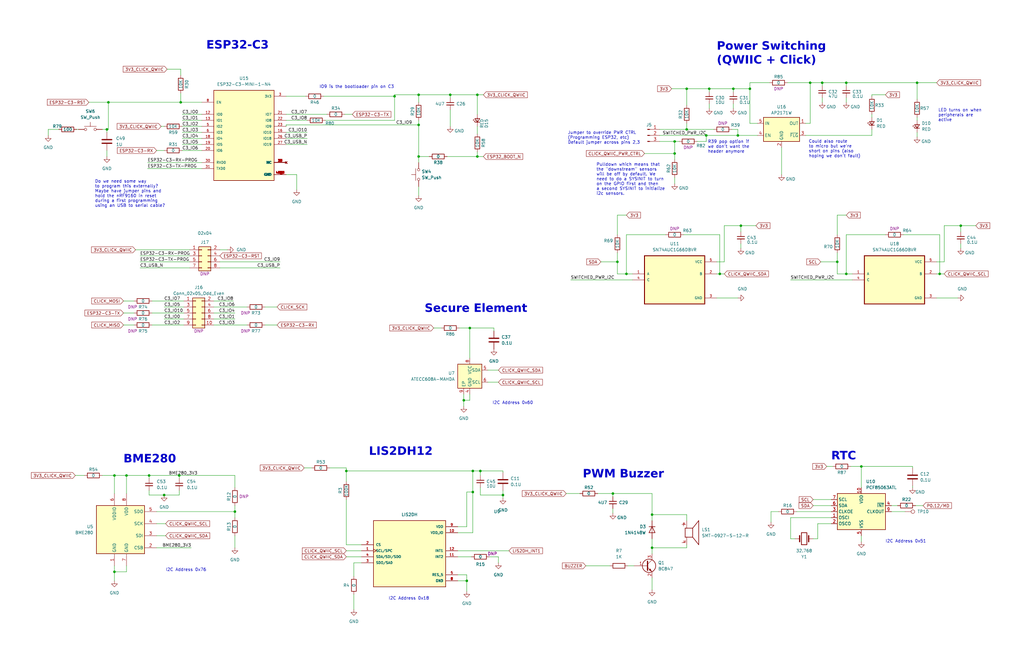
<source format=kicad_sch>
(kicad_sch (version 20231120) (generator "eeschema") (generator_version "8.0")
  (paper "B")
  (title_block (title "Aludel Elixir") (date "2023-12-22") (rev "B"))
  (junction (at 264.16 115.57))
  (junction (at 176.53 52.705))
  (junction (at 284.48 59.69))
  (junction (at 201.295 66.04))
  (junction (at 176.53 66.04))
  (junction (at 289.56 37.465))
  (junction (at 199.39 207.645))
  (junction (at 299.085 37.465))
  (junction (at 284.48 64.77))
  (junction (at 166.37 40.64))
  (junction (at 196.85 245.11))
  (junction (at 309.245 37.465))
  (junction (at 346.71 34.925))
  (junction (at 353.06 110.49))
  (junction (at 316.23 37.465))
  (junction (at 45.72 43.18))
  (junction (at 260.35 110.49))
  (junction (at 202.565 198.755))
  (junction (at 189.865 40.005))
  (junction (at 69.215 208.915))
  (junction (at 198.12 138.43))
  (junction (at 386.715 34.925))
  (junction (at 75.565 200.66))
  (junction (at 274.955 231.14))
  (junction (at 48.26 200.66))
  (junction (at 363.22 196.85))
  (junction (at 45.085 54.61))
  (junction (at 258.445 208.28))
  (junction (at 312.42 95.25))
  (junction (at 76.2 43.18))
  (junction (at 356.87 115.57))
  (junction (at 199.39 198.755))
  (junction (at 297.815 57.15))
  (junction (at 146.05 198.755))
  (junction (at 341.63 34.925))
  (junction (at 53.34 200.66))
  (junction (at 289.56 54.61))
  (junction (at 48.26 241.3))
  (junction (at 176.53 40.005))
  (junction (at 212.09 208.915))
  (junction (at 311.15 57.15))
  (junction (at 99.06 215.9))
  (junction (at 303.53 115.57))
  (junction (at 274.955 217.17))
  (junction (at 201.295 40.005))
  (junction (at 405.13 95.25))
  (junction (at 62.865 200.66))
  (junction (at 356.87 34.925))
  (junction (at 396.24 115.57))
  (junction (at 195.58 168.91))
  (wire (pts (xy 386.715 49.53) (xy 386.715 50.8)))
  (wire (pts (xy 289.56 54.61) (xy 289.56 52.07)))
  (wire (pts (xy 341.63 34.925) (xy 341.63 52.07)))
  (wire (pts (xy 146.05 232.41) (xy 152.4 232.41)))
  (wire (pts (xy 193.04 224.79) (xy 199.39 224.79)))
  (wire (pts (xy 264.16 115.57) (xy 266.7 115.57)))
  (wire (pts (xy 59.055 110.49) (xy 80.01 110.49)))
  (wire (pts (xy 289.56 217.17) (xy 289.56 219.71)))
  (wire (pts (xy 316.23 37.465) (xy 316.23 52.07)))
  (wire (pts (xy 238.76 208.28) (xy 244.475 208.28)))
  (wire (pts (xy 166.37 40.64) (xy 136.525 40.64)))
  (wire (pts (xy 198.12 138.43) (xy 198.12 151.13)))
  (wire (pts (xy 146.05 198.755) (xy 146.05 197.485)))
  (wire (pts (xy 333.375 227.33) (xy 335.28 227.33)))
  (wire (pts (xy 353.06 110.49) (xy 353.06 115.57)))
  (wire (pts (xy 201.295 64.135) (xy 201.295 66.04)))
  (wire (pts (xy 66.04 215.9) (xy 99.06 215.9)))
  (wire (pts (xy 264.16 99.06) (xy 280.67 99.06)))
  (wire (pts (xy 212.09 208.915) (xy 212.09 210.185)))
  (wire (pts (xy 92.71 110.49) (xy 118.11 110.49)))
  (wire (pts (xy 99.06 215.9) (xy 99.06 218.44)))
  (wire (pts (xy 45.085 63.5) (xy 45.085 66.04)))
  (wire (pts (xy 284.48 59.69) (xy 286.385 59.69)))
  (wire (pts (xy 260.35 99.06) (xy 260.35 90.805)))
  (wire (pts (xy 196.85 242.57) (xy 196.85 245.11)))
  (wire (pts (xy 75.565 200.66) (xy 75.565 201.93)))
  (wire (pts (xy 146.05 229.87) (xy 152.4 229.87)))
  (wire (pts (xy 203.835 40.005) (xy 201.295 40.005)))
  (wire (pts (xy 252.095 208.28) (xy 258.445 208.28)))
  (wire (pts (xy 69.215 134.62) (xy 77.47 134.62)))
  (wire (pts (xy 37.465 43.18) (xy 45.72 43.18)))
  (wire (pts (xy 363.22 226.06) (xy 363.22 228.6)))
  (wire (pts (xy 205.74 156.21) (xy 210.185 156.21)))
  (wire (pts (xy 139.065 197.485) (xy 146.05 197.485)))
  (wire (pts (xy 305.435 95.25) (xy 312.42 95.25)))
  (wire (pts (xy 120.65 55.88) (xy 129.54 55.88)))
  (wire (pts (xy 240.665 118.11) (xy 266.7 118.11)))
  (wire (pts (xy 201.295 40.005) (xy 201.295 48.26)))
  (wire (pts (xy 344.805 220.98) (xy 350.52 220.98)))
  (wire (pts (xy 202.565 198.755) (xy 202.565 200.66)))
  (wire (pts (xy 182.88 138.43) (xy 186.055 138.43)))
  (wire (pts (xy 386.715 55.88) (xy 386.715 57.785)))
  (wire (pts (xy 260.35 110.49) (xy 260.35 106.68)))
  (wire (pts (xy 146.05 198.755) (xy 199.39 198.755)))
  (wire (pts (xy 98.425 127) (xy 90.17 127)))
  (wire (pts (xy 199.39 198.755) (xy 199.39 207.645)))
  (wire (pts (xy 201.295 53.34) (xy 201.295 56.515)))
  (wire (pts (xy 271.78 64.77) (xy 284.48 64.77)))
  (wire (pts (xy 356.87 34.925) (xy 386.715 34.925)))
  (wire (pts (xy 367.665 48.26) (xy 367.665 49.53)))
  (wire (pts (xy 176.53 78.74) (xy 176.53 82.55)))
  (wire (pts (xy 202.565 198.755) (xy 212.09 198.755)))
  (wire (pts (xy 176.53 40.005) (xy 166.37 40.005)))
  (wire (pts (xy 303.53 115.57) (xy 305.435 115.57)))
  (wire (pts (xy 48.26 238.76) (xy 48.26 241.3)))
  (wire (pts (xy 312.42 95.25) (xy 318.77 95.25)))
  (wire (pts (xy 274.955 231.14) (xy 289.56 231.14)))
  (wire (pts (xy 341.63 34.925) (xy 332.105 34.925)))
  (wire (pts (xy 344.805 227.33) (xy 344.805 220.98)))
  (wire (pts (xy 189.865 40.005) (xy 176.53 40.005)))
  (wire (pts (xy 299.085 45.72) (xy 299.085 43.815)))
  (wire (pts (xy 325.12 220.345) (xy 325.12 215.9)))
  (wire (pts (xy 305.435 110.49) (xy 302.26 110.49)))
  (wire (pts (xy 62.865 200.66) (xy 62.865 201.93)))
  (wire (pts (xy 210.185 237.49) (xy 210.185 234.95)))
  (wire (pts (xy 353.06 106.68) (xy 353.06 110.49)))
  (wire (pts (xy 92.71 113.03) (xy 118.11 113.03)))
  (wire (pts (xy 198.12 166.37) (xy 198.12 168.91)))
  (wire (pts (xy 260.35 115.57) (xy 264.16 115.57)))
  (wire (pts (xy 202.565 208.915) (xy 212.09 208.915)))
  (wire (pts (xy 176.53 50.8) (xy 176.53 52.705)))
  (wire (pts (xy 311.15 57.15) (xy 319.405 57.15)))
  (wire (pts (xy 333.375 218.44) (xy 333.375 227.33)))
  (wire (pts (xy 405.13 95.25) (xy 411.48 95.25)))
  (wire (pts (xy 120.65 52.705) (xy 120.65 53.34)))
  (wire (pts (xy 90.17 137.16) (xy 104.14 137.16)))
  (wire (pts (xy 52.07 137.16) (xy 56.515 137.16)))
  (wire (pts (xy 146.05 234.95) (xy 152.4 234.95)))
  (wire (pts (xy 76.2 43.18) (xy 85.09 43.18)))
  (wire (pts (xy 274.955 227.33) (xy 274.955 231.14)))
  (wire (pts (xy 59.055 107.95) (xy 80.01 107.95)))
  (wire (pts (xy 305.435 95.25) (xy 305.435 110.49)))
  (wire (pts (xy 149.225 250.825) (xy 149.225 257.175)))
  (wire (pts (xy 353.06 90.805) (xy 356.87 90.805)))
  (wire (pts (xy 76.835 60.96) (xy 85.09 60.96)))
  (wire (pts (xy 346.075 110.49) (xy 353.06 110.49)))
  (wire (pts (xy 210.185 234.95) (xy 206.375 234.95)))
  (wire (pts (xy 195.58 166.37) (xy 195.58 168.91)))
  (wire (pts (xy 70.485 29.21) (xy 76.2 29.21)))
  (wire (pts (xy 284.48 64.77) (xy 284.48 59.69)))
  (wire (pts (xy 384.81 196.85) (xy 384.81 197.485)))
  (wire (pts (xy 193.04 234.95) (xy 198.755 234.95)))
  (wire (pts (xy 363.22 196.85) (xy 363.22 205.74)))
  (wire (pts (xy 75.565 200.66) (xy 99.06 200.66)))
  (wire (pts (xy 386.715 34.925) (xy 386.715 41.91)))
  (wire (pts (xy 76.2 29.21) (xy 76.2 31.75)))
  (wire (pts (xy 289.56 54.61) (xy 300.99 54.61)))
  (wire (pts (xy 316.23 52.07) (xy 319.405 52.07)))
  (wire (pts (xy 278.13 57.15) (xy 297.815 57.15)))
  (wire (pts (xy 342.9 210.82) (xy 350.52 210.82)))
  (wire (pts (xy 367.665 54.61) (xy 367.665 57.15)))
  (wire (pts (xy 64.135 137.16) (xy 77.47 137.16)))
  (wire (pts (xy 67.945 53.34) (xy 69.215 53.34)))
  (wire (pts (xy 396.24 115.57) (xy 398.145 115.57)))
  (wire (pts (xy 196.85 222.25) (xy 193.04 222.25)))
  (wire (pts (xy 20.32 57.15) (xy 20.32 54.61)))
  (wire (pts (xy 289.56 44.45) (xy 289.56 37.465)))
  (wire (pts (xy 353.06 99.06) (xy 353.06 90.805)))
  (wire (pts (xy 302.26 115.57) (xy 303.53 115.57)))
  (wire (pts (xy 148.59 48.26) (xy 145.415 48.26)))
  (wire (pts (xy 398.145 95.25) (xy 398.145 110.49)))
  (wire (pts (xy 312.42 104.775) (xy 312.42 102.87)))
  (wire (pts (xy 146.05 210.82) (xy 146.05 229.87)))
  (wire (pts (xy 176.53 40.005) (xy 176.53 43.18)))
  (wire (pts (xy 375.92 213.36) (xy 378.46 213.36)))
  (wire (pts (xy 45.085 54.61) (xy 45.72 54.61)))
  (wire (pts (xy 396.24 99.06) (xy 396.24 115.57)))
  (wire (pts (xy 196.85 245.11) (xy 193.04 245.11)))
  (wire (pts (xy 198.12 168.91) (xy 195.58 168.91)))
  (wire (pts (xy 346.71 34.925) (xy 356.87 34.925)))
  (wire (pts (xy 398.145 95.25) (xy 405.13 95.25)))
  (wire (pts (xy 48.26 200.66) (xy 53.34 200.66)))
  (wire (pts (xy 120.65 48.26) (xy 137.795 48.26)))
  (wire (pts (xy 381 99.06) (xy 396.24 99.06)))
  (wire (pts (xy 20.32 54.61) (xy 24.765 54.61)))
  (wire (pts (xy 176.53 52.705) (xy 176.53 66.04)))
  (wire (pts (xy 212.09 198.755) (xy 212.09 199.39)))
  (wire (pts (xy 297.815 57.15) (xy 311.15 57.15)))
  (wire (pts (xy 312.42 95.25) (xy 312.42 97.79)))
  (wire (pts (xy 64.135 132.08) (xy 77.47 132.08)))
  (wire (pts (xy 274.955 217.17) (xy 274.955 219.71)))
  (wire (pts (xy 90.17 134.62) (xy 99.06 134.62)))
  (wire (pts (xy 180.975 66.04) (xy 176.53 66.04)))
  (wire (pts (xy 76.835 53.34) (xy 85.09 53.34)))
  (wire (pts (xy 284.48 74.93) (xy 284.48 77.47)))
  (wire (pts (xy 90.17 132.08) (xy 99.06 132.08)))
  (wire (pts (xy 166.37 40.005) (xy 166.37 40.64)))
  (wire (pts (xy 199.39 198.755) (xy 202.565 198.755)))
  (wire (pts (xy 258.445 208.28) (xy 274.955 208.28)))
  (wire (pts (xy 80.01 105.41) (xy 57.15 105.41)))
  (wire (pts (xy 258.445 208.28) (xy 258.445 209.55)))
  (wire (pts (xy 339.725 57.15) (xy 367.665 57.15)))
  (wire (pts (xy 274.955 217.17) (xy 289.56 217.17)))
  (wire (pts (xy 99.06 213.36) (xy 99.06 215.9)))
  (wire (pts (xy 53.34 208.28) (xy 53.34 200.66)))
  (wire (pts (xy 294.005 59.69) (xy 297.815 59.69)))
  (wire (pts (xy 196.85 249.555) (xy 196.85 245.11)))
  (wire (pts (xy 76.835 55.88) (xy 85.09 55.88)))
  (wire (pts (xy 149.225 237.49) (xy 149.225 243.205)))
  (wire (pts (xy 76.835 63.5) (xy 85.09 63.5)))
  (wire (pts (xy 62.865 208.915) (xy 62.865 207.01)))
  (wire (pts (xy 92.71 105.41) (xy 95.885 105.41)))
  (wire (pts (xy 125.095 73.66) (xy 125.095 80.01)))
  (wire (pts (xy 43.18 200.66) (xy 48.26 200.66)))
  (wire (pts (xy 367.665 40.005) (xy 367.665 40.64)))
  (wire (pts (xy 48.26 241.3) (xy 48.26 245.11)))
  (wire (pts (xy 53.34 241.3) (xy 48.26 241.3)))
  (wire (pts (xy 120.65 50.8) (xy 129.54 50.8)))
  (wire (pts (xy 48.26 200.66) (xy 48.26 208.28)))
  (wire (pts (xy 69.215 129.54) (xy 77.47 129.54)))
  (wire (pts (xy 66.04 226.06) (xy 69.85 226.06)))
  (wire (pts (xy 193.675 138.43) (xy 198.12 138.43)))
  (wire (pts (xy 99.06 200.66) (xy 99.06 205.74)))
  (wire (pts (xy 316.23 34.925) (xy 316.23 37.465)))
  (wire (pts (xy 195.58 168.91) (xy 195.58 171.45)))
  (wire (pts (xy 403.86 125.73) (xy 394.97 125.73)))
  (wire (pts (xy 189.865 53.34) (xy 189.865 46.355)))
  (wire (pts (xy 309.245 37.465) (xy 309.245 38.735)))
  (wire (pts (xy 128.27 197.485) (xy 131.445 197.485)))
  (wire (pts (xy 76.835 50.8) (xy 85.09 50.8)))
  (wire (pts (xy 398.145 110.49) (xy 394.97 110.49)))
  (wire (pts (xy 43.18 54.61) (xy 45.085 54.61)))
  (wire (pts (xy 264.16 115.57) (xy 264.16 99.06)))
  (wire (pts (xy 253.365 110.49) (xy 260.35 110.49)))
  (wire (pts (xy 324.485 34.925) (xy 316.23 34.925)))
  (wire (pts (xy 196.85 207.645) (xy 196.85 222.25)))
  (wire (pts (xy 311.15 54.61) (xy 311.15 57.15)))
  (wire (pts (xy 278.13 54.61) (xy 289.56 54.61)))
  (wire (pts (xy 146.05 198.755) (xy 146.05 203.2)))
  (wire (pts (xy 69.215 208.915) (xy 75.565 208.915)))
  (wire (pts (xy 111.76 137.16) (xy 116.84 137.16)))
  (wire (pts (xy 120.65 58.42) (xy 129.54 58.42)))
  (wire (pts (xy 166.37 50.8) (xy 166.37 40.64)))
  (wire (pts (xy 76.835 48.26) (xy 85.09 48.26)))
  (wire (pts (xy 59.055 113.03) (xy 80.01 113.03)))
  (wire (pts (xy 356.87 115.57) (xy 356.87 99.06)))
  (wire (pts (xy 52.07 132.08) (xy 56.515 132.08)))
  (wire (pts (xy 353.06 115.57) (xy 356.87 115.57)))
  (wire (pts (xy 193.04 242.57) (xy 196.85 242.57)))
  (wire (pts (xy 341.63 34.925) (xy 346.71 34.925)))
  (wire (pts (xy 356.87 99.06) (xy 373.38 99.06)))
  (wire (pts (xy 278.13 59.69) (xy 284.48 59.69)))
  (wire (pts (xy 120.65 60.96) (xy 129.54 60.96)))
  (wire (pts (xy 128.905 40.64) (xy 120.65 40.64)))
  (wire (pts (xy 389.255 213.36) (xy 386.08 213.36)))
  (wire (pts (xy 66.04 63.5) (xy 69.215 63.5)))
  (wire (pts (xy 288.29 99.06) (xy 303.53 99.06)))
  (wire (pts (xy 66.04 220.98) (xy 69.85 220.98)))
  (wire (pts (xy 335.915 215.9) (xy 350.52 215.9)))
  (wire (pts (xy 62.23 71.12) (xy 85.09 71.12)))
  (wire (pts (xy 346.71 34.925) (xy 346.71 36.195)))
  (wire (pts (xy 64.135 127) (xy 77.47 127)))
  (wire (pts (xy 350.52 218.44) (xy 333.375 218.44)))
  (wire (pts (xy 205.74 161.29) (xy 210.185 161.29)))
  (wire (pts (xy 208.28 138.43) (xy 208.28 139.7)))
  (wire (pts (xy 90.17 129.54) (xy 104.14 129.54)))
  (wire (pts (xy 329.565 62.23) (xy 329.565 73.66)))
  (wire (pts (xy 66.04 231.14) (xy 80.645 231.14)))
  (wire (pts (xy 76.2 39.37) (xy 76.2 43.18)))
  (wire (pts (xy 356.87 115.57) (xy 359.41 115.57)))
  (wire (pts (xy 386.715 34.925) (xy 394.97 34.925)))
  (wire (pts (xy 308.61 54.61) (xy 311.15 54.61)))
  (wire (pts (xy 384.81 205.105) (xy 384.81 205.74)))
  (wire (pts (xy 120.65 52.705) (xy 176.53 52.705)))
  (wire (pts (xy 309.245 45.72) (xy 309.245 43.815)))
  (wire (pts (xy 120.65 73.66) (xy 125.095 73.66)))
  (wire (pts (xy 289.56 229.87) (xy 289.56 231.14)))
  (wire (pts (xy 297.815 59.69) (xy 297.815 57.15)))
  (wire (pts (xy 283.21 37.465) (xy 289.56 37.465)))
  (wire (pts (xy 176.53 66.04) (xy 176.53 68.58)))
  (wire (pts (xy 189.865 40.005) (xy 189.865 41.275)))
  (wire (pts (xy 62.23 68.58) (xy 85.09 68.58)))
  (wire (pts (xy 394.97 115.57) (xy 396.24 115.57)))
  (wire (pts (xy 45.72 54.61) (xy 45.72 43.18)))
  (wire (pts (xy 309.245 37.465) (xy 316.23 37.465)))
  (wire (pts (xy 375.92 215.9) (xy 381.635 215.9)))
  (wire (pts (xy 405.13 95.25) (xy 405.13 97.79)))
  (wire (pts (xy 333.375 118.11) (xy 359.41 118.11)))
  (wire (pts (xy 346.71 43.18) (xy 346.71 41.275)))
  (wire (pts (xy 356.87 43.18) (xy 356.87 41.275)))
  (wire (pts (xy 303.53 99.06) (xy 303.53 115.57)))
  (wire (pts (xy 260.35 90.805) (xy 264.16 90.805)))
  (wire (pts (xy 198.12 138.43) (xy 208.28 138.43)))
  (wire (pts (xy 111.76 129.54) (xy 116.84 129.54)))
  (wire (pts (xy 264.795 238.76) (xy 267.335 238.76)))
  (wire (pts (xy 405.13 104.775) (xy 405.13 102.87)))
  (wire (pts (xy 69.215 208.915) (xy 62.865 208.915)))
  (wire (pts (xy 311.15 125.73) (xy 302.26 125.73)))
  (wire (pts (xy 342.9 213.36) (xy 350.52 213.36)))
  (wire (pts (xy 325.12 215.9) (xy 328.295 215.9)))
  (wire (pts (xy 356.87 34.925) (xy 356.87 36.195)))
  (wire (pts (xy 201.295 40.005) (xy 189.865 40.005)))
  (wire (pts (xy 289.56 37.465) (xy 299.085 37.465)))
  (wire (pts (xy 274.955 231.14) (xy 274.955 233.68)))
  (wire (pts (xy 31.75 200.66) (xy 35.56 200.66)))
  (wire (pts (xy 203.835 66.04) (xy 201.295 66.04)))
  (wire (pts (xy 152.4 237.49) (xy 149.225 237.49)))
  (wire (pts (xy 32.385 54.61) (xy 33.02 54.61)))
  (wire (pts (xy 341.63 52.07) (xy 339.725 52.07)))
  (wire (pts (xy 201.295 66.04) (xy 188.595 66.04)))
  (wire (pts (xy 99.06 231.14) (xy 99.06 226.06)))
  (wire (pts (xy 299.085 37.465) (xy 309.245 37.465)))
  (wire (pts (xy 212.09 207.01) (xy 212.09 208.915)))
  (wire (pts (xy 193.04 232.41) (xy 214.63 232.41)))
  (wire (pts (xy 342.9 227.33) (xy 344.805 227.33)))
  (wire (pts (xy 284.48 64.77) (xy 284.48 67.31)))
  (wire (pts (xy 274.955 208.28) (xy 274.955 217.17)))
  (wire (pts (xy 373.38 40.005) (xy 367.665 40.005)))
  (wire (pts (xy 45.72 43.18) (xy 76.2 43.18)))
  (wire (pts (xy 53.34 200.66) (xy 62.865 200.66)))
  (wire (pts (xy 75.565 208.915) (xy 75.565 207.01)))
  (wire (pts (xy 76.835 58.42) (xy 85.09 58.42)))
  (wire (pts (xy 274.955 243.84) (xy 274.955 248.92)))
  (wire (pts (xy 202.565 205.74) (xy 202.565 208.915)))
  (wire (pts (xy 62.865 200.66) (xy 75.565 200.66)))
  (wire (pts (xy 358.775 196.85) (xy 363.22 196.85)))
  (wire (pts (xy 299.085 37.465) (xy 299.085 38.735)))
  (wire (pts (xy 363.22 196.85) (xy 384.81 196.85)))
  (wire (pts (xy 53.34 238.76) (xy 53.34 241.3)))
  (wire (pts (xy 247.015 238.76) (xy 257.175 238.76)))
  (wire (pts (xy 52.07 127) (xy 56.515 127)))
  (wire (pts (xy 45.085 54.61) (xy 45.085 55.88)))
  (wire (pts (xy 348.615 196.85) (xy 351.155 196.85)))
  (wire (pts (xy 137.16 50.8) (xy 166.37 50.8)))
  (wire (pts (xy 258.445 216.535) (xy 258.445 214.63)))
  (wire (pts (xy 260.35 110.49) (xy 260.35 115.57)))
  (wire (pts (xy 196.85 207.645) (xy 199.39 207.645)))
  (wire (pts (xy 199.39 207.645) (xy 199.39 224.79)))
  (image (at -47.625 234.95) (scale 1.7046))
  (text "Pulldown which means that \nthe \"downstream\" sensors \nwill be off by default. We\nneed to do a SYSINIT to turn\non the GPIO first and then\na second SYSINIT to initialize\ni2c sensors.\n" (at 251.46 82.55 0) (effects (font (size 1.27 1.27)) (justify left bottom)))
  (text "I2C Address 0x18" (at 163.83 253.365 0) (effects (font (size 1.27 1.27)) (justify left bottom)))
  (text "ESP32-C3" (at 86.995 22.225 0) (effects (font (size 3.5 3.5) (thickness 1.016) (bold yes)) (justify left bottom)))
  (text "Do we need some way\nto program this externally?\nMaybe have jumper pins and \nhold the nRF9160 in reset\nduring a first programming\nusing an USB to serial cable?" (at 40.005 87.63 0) (effects (font (size 1.27 1.27)) (justify left bottom)))
  (text "PWM Buzzer" (at 245.745 203.2 0) (effects (font (size 3.5 3.5) (thickness 1.016) (bold yes)) (justify left bottom)))
  (text "I2C Address 0x60" (at 207.645 170.815 0) (effects (font (size 1.27 1.27)) (justify left bottom)))
  (text "I2C Address 0x51" (at 373.38 229.235 0) (effects (font (size 1.27 1.27)) (justify left bottom)))
  (text "BME280" (at 52.07 196.85 0) (effects (font (size 3.5 3.5) (thickness 1.016) (bold yes)) (justify left bottom)))
  (text "R39 pop option if\nwe don't want the \nheader anymore" (at 298.45 64.77 0) (effects (font (size 1.27 1.27)) (justify left bottom)))
  (text "RTC" (at 350.52 195.58 0) (effects (font (size 3.5 3.5) (thickness 1.016) (bold yes)) (justify left bottom)))
  (text "Secure Element" (at 179.07 133.35 0) (effects (font (size 3.5 3.5) (thickness 1.016) (bold yes)) (justify left bottom)))
  (text "LED turns on when \nperipherals are\nactive" (at 395.605 51.435 0) (effects (font (size 1.27 1.27)) (justify left bottom)))
  (text "Jumper to override PWR CTRL\n(Programming ESP32, etc)\nDefault jumper across pins 2,3" (at 239.395 60.96 0) (effects (font (size 1.27 1.27)) (justify left bottom)))
  (text "I2C Address 0x76" (at 69.85 241.3 0) (effects (font (size 1.27 1.27)) (justify left bottom)))
  (text "IO9 is the bootloader pin on C3" (at 134.62 37.465 0) (effects (font (size 1.27 1.27)) (justify left bottom)))
  (text "Could also route \nto micro but we're \nshort on pins (also\nhoping we don't fault)" (at 340.995 66.675 0) (effects (font (size 1.27 1.27)) (justify left bottom)))
  (text "Power Switching\n(QWIIC + Click)" (at 302.26 28.575 0) (effects (font (size 3.5 3.5) (thickness 1.016) (bold yes)) (justify left bottom)))
  (text "LIS2DH12" (at 155.575 193.675 0) (effects (font (size 3.5 3.5) (thickness 1.016) (bold yes)) (justify left bottom)))
  (label "C3_IO10" (at 69.215 132.08 0))
  (label "C3_IO2" (at 69.215 137.16 0))
  (label "C3_USB_P" (at 129.54 58.42 180))
  (label "C3_IO3" (at 99.06 137.16 180))
  (label "C3_IO7" (at 69.215 127 0))
  (label "C3_IO6" (at 99.06 129.54 180))
  (label "C3_IO0" (at 69.215 134.62 0))
  (label "C3_USB_N" (at 59.055 113.03 0))
  (label "ESP32-C3-RX-PROG" (at 62.23 68.58 0))
  (label "C3_IO5" (at 76.835 60.96 0))
  (label "C3_IO2" (at 76.835 53.34 0))
  (label "SWITCHED_PWR_I2C" (at 333.375 118.11 0))
  (label "C3_IO8" (at 98.425 127 180))
  (label "ESP32-C3-RX-PROG" (at 59.055 107.95 0))
  (label "C3_IO7" (at 129.54 48.26 180))
  (label "C3_USB_P" (at 118.11 113.03 180))
  (label "C3_IO10" (at 129.54 55.88 180))
  (label "ESP32-C3-TX-PROG" (at 59.055 110.49 0))
  (label "C3_IO1" (at 99.06 134.62 180))
  (label "BME280_3V3" (at 71.12 200.66 0))
  (label "SWITCHED_PWR_I2C" (at 279.4 57.15 0))
  (label "C3_IO0" (at 76.835 48.26 0))
  (label "C3_IO4" (at 99.06 132.08 180))
  (label "C3_IO3" (at 76.835 55.88 0))
  (label "C3_IO9" (at 118.11 110.49 180))
  (label "C3_USB_N" (at 129.54 60.96 180))
  (label "C3_IO6" (at 76.835 63.5 0))
  (label "C3_IO5" (at 69.215 129.54 0))
  (label "ESP32-C3-TX-PROG" (at 62.23 71.12 0))
  (label "C3_IO1" (at 76.835 50.8 0))
  (label "BME280_3V3" (at 80.645 231.14 180))
  (label "C3_IO9" (at 167.005 52.705 0))
  (label "SWITCHED_PWR_I2C" (at 240.665 118.11 0))
  (label "C3_IO4" (at 76.835 58.42 0))
  (label "C3_IO8" (at 129.54 50.8 180))
  (global_label "3V3_CLICK_QWIIC" (shape input) (at 57.15 105.41 180) (property "Intersheetrefs" "${INTERSHEET_REFS}" (effects (hide yes))))
  (global_label "ESP32-C3-RST" (shape input) (at 92.71 107.95 0) (property "Intersheetrefs" "${INTERSHEET_REFS}" (effects (hide yes))))
  (global_label "CLICK_MOSI" (shape input) (at 52.07 127 180) (property "Intersheetrefs" "${INTERSHEET_REFS}" (effects (hide yes))))
  (global_label "CLICK_QWIIC_SCL" (shape input) (at 69.85 220.98 0) (property "Intersheetrefs" "${INTERSHEET_REFS}" (effects (hide yes))))
  (global_label "3V3" (shape input) (at 356.87 90.805 0) (property "Intersheetrefs" "${INTERSHEET_REFS}" (effects (hide yes))))
  (global_label "BUZZER" (shape input) (at 247.015 238.76 180) (property "Intersheetrefs" "${INTERSHEET_REFS}" (effects (hide yes))))
  (global_label "3V3" (shape input) (at 318.77 95.25 0) (property "Intersheetrefs" "${INTERSHEET_REFS}" (effects (hide yes))))
  (global_label "CLICK_QWIIC_SCL" (shape input) (at 398.145 115.57 0) (property "Intersheetrefs" "${INTERSHEET_REFS}" (effects (hide yes))))
  (global_label "CLICK_QWIIC_SCL" (shape input) (at 210.185 161.29 0) (property "Intersheetrefs" "${INTERSHEET_REFS}" (effects (hide yes))))
  (global_label "3V3_CLICK_QWIIC" (shape input) (at 394.97 34.925 0) (property "Intersheetrefs" "${INTERSHEET_REFS}" (effects (hide yes))))
  (global_label "3V3" (shape input) (at 264.16 90.805 0) (property "Intersheetrefs" "${INTERSHEET_REFS}" (effects (hide yes))))
  (global_label "CLICK_QWIIC_SCL" (shape input) (at 146.05 232.41 180) (property "Intersheetrefs" "${INTERSHEET_REFS}" (effects (hide yes))))
  (global_label "ESP32-C3-RST" (shape input) (at 37.465 43.18 180) (property "Intersheetrefs" "${INTERSHEET_REFS}" (effects (hide yes))))
  (global_label "ESP32_BOOT_N" (shape input) (at 203.835 66.04 0) (property "Intersheetrefs" "${INTERSHEET_REFS}" (effects (hide yes))))
  (global_label "SDA" (shape input) (at 253.365 110.49 180) (property "Intersheetrefs" "${INTERSHEET_REFS}" (effects (hide yes))))
  (global_label "SCL" (shape input) (at 346.075 110.49 180) (property "Intersheetrefs" "${INTERSHEET_REFS}" (effects (hide yes))))
  (global_label "3V3_CLICK_QWIIC" (shape input) (at 67.945 53.34 180) (property "Intersheetrefs" "${INTERSHEET_REFS}" (effects (hide yes))))
  (global_label "CLICK_QWIIC_SDA" (shape input) (at 69.85 226.06 0) (property "Intersheetrefs" "${INTERSHEET_REFS}" (effects (hide yes))))
  (global_label "3V3" (shape input) (at 373.38 40.005 0) (property "Intersheetrefs" "${INTERSHEET_REFS}" (effects (hide yes))))
  (global_label "CLICK_MISO" (shape input) (at 52.07 137.16 180) (property "Intersheetrefs" "${INTERSHEET_REFS}" (effects (hide yes))))
  (global_label "3V3" (shape input) (at 411.48 95.25 0) (property "Intersheetrefs" "${INTERSHEET_REFS}" (effects (hide yes))))
  (global_label "CLICK_QWIIC_SDA" (shape input) (at 210.185 156.21 0) (property "Intersheetrefs" "${INTERSHEET_REFS}" (effects (hide yes))))
  (global_label "3V3" (shape input) (at 348.615 196.85 180) (property "Intersheetrefs" "${INTERSHEET_REFS}" (effects (hide yes))))
  (global_label "CLICK_QWIIC_SDA" (shape input) (at 305.435 115.57 0) (property "Intersheetrefs" "${INTERSHEET_REFS}" (effects (hide yes))))
  (global_label "ESP32-C3-RX" (shape input) (at 66.04 63.5 180) (property "Intersheetrefs" "${INTERSHEET_REFS}" (effects (hide yes))))
  (global_label "CLICK_QWIIC_PWR_CTRL" (shape input) (at 271.78 64.77 180) (property "Intersheetrefs" "${INTERSHEET_REFS}" (effects (hide yes))))
  (global_label "CLICK_QWIIC_SDA" (shape input) (at 146.05 234.95 180) (property "Intersheetrefs" "${INTERSHEET_REFS}" (effects (hide yes))))
  (global_label "3V3_CLICK_QWIIC" (shape input) (at 70.485 29.21 180) (property "Intersheetrefs" "${INTERSHEET_REFS}" (effects (hide yes))))
  (global_label "3V3_CLICK_QWIIC" (shape input) (at 203.835 40.005 0) (property "Intersheetrefs" "${INTERSHEET_REFS}" (effects (hide yes))))
  (global_label "ESP32-C3-RX" (shape input) (at 116.84 137.16 0) (property "Intersheetrefs" "${INTERSHEET_REFS}" (effects (hide yes))))
  (global_label "3V3_CLICK_QWIIC" (shape input) (at 182.88 138.43 180) (property "Intersheetrefs" "${INTERSHEET_REFS}" (effects (hide yes))))
  (global_label "P0.12{slash}MD" (shape input) (at 389.255 213.36 0) (property "Intersheetrefs" "${INTERSHEET_REFS}" (effects (hide yes))))
  (global_label "3V3_CLICK_QWIIC" (shape input) (at 238.76 208.28 180) (property "Intersheetrefs" "${INTERSHEET_REFS}" (effects (hide yes))))
  (global_label "ESP32-C3-TX" (shape input) (at 148.59 48.26 0) (property "Intersheetrefs" "${INTERSHEET_REFS}" (effects (hide yes))))
  (global_label "LIS2DH_INT1" (shape input) (at 214.63 232.41 0) (property "Intersheetrefs" "${INTERSHEET_REFS}" (effects (hide yes))))
  (global_label "CLICK_SCK" (shape input) (at 116.84 129.54 0) (property "Intersheetrefs" "${INTERSHEET_REFS}" (effects (hide yes))))
  (global_label "3V3_CLICK_QWIIC" (shape input) (at 128.27 197.485 180) (property "Intersheetrefs" "${INTERSHEET_REFS}" (effects (hide yes))))
  (global_label "3V3" (shape input) (at 283.21 37.465 180) (property "Intersheetrefs" "${INTERSHEET_REFS}" (effects (hide yes))))
  (global_label "SDA" (shape input) (at 342.9 213.36 180) (property "Intersheetrefs" "${INTERSHEET_REFS}" (effects (hide yes))))
  (global_label "SCL" (shape input) (at 342.9 210.82 180) (property "Intersheetrefs" "${INTERSHEET_REFS}" (effects (hide yes))))
  (global_label "3V3_CLICK_QWIIC" (shape input) (at 31.75 200.66 180) (property "Intersheetrefs" "${INTERSHEET_REFS}" (effects (hide yes))))
  (global_label "ESP32-C3-TX" (shape input) (at 52.07 132.08 180) (property "Intersheetrefs" "${INTERSHEET_REFS}" (effects (hide yes))))
  (symbol (lib_id "Device:R") (at 60.325 137.16 270) (unit 1)
    (property "Reference" "R75" (at 60.325 139.7 90))
    (property "Value" "0" (at 60.325 137.16 90))
    (property "Footprint" "Resistor_SMD:R_0402_1005Metric" (effects (hide yes)))
    (property "Link1" "https://www.digikey.com/en/products/detail/stackpole-electronics-inc/RMCF0402ZT0R00/1756905" (effects (hide yes)))
    (property "MPN1" "RMCF0402ZT0R00" (effects (hide yes)))
    (property "Vendor1" "Stackpole Electronics Inc" (effects (hide yes)))
    (property "Population" "DNP" (at 55.88 139.7 90))
  )
  (symbol (lib_id "Switch:SW_Push") (at 38.1 54.61 0) (unit 1)
    (property "Reference" "SW6" (at 38.1 46.99 0))
    (property "Value" "SW_Push" (at 38.1 49.53 0))
    (property "Footprint" "Button_Switch_SMD:SW_SPST_PTS810" (effects (hide yes)))
    (property "MPN1" "PTS810 SJG 250 SMTR LFS" (effects (hide yes)))
    (property "Vendor1" "C&K" (effects (hide yes)))
    (property "Link1" "https://www.digikey.com/en/products/filter/tactile-switches/197?s=N4IgTCBcDaIAoBUDKAOAjABhAXQL5A" (effects (hide yes)))
  )
  (symbol (lib_id "Device:R") (at 60.325 127 270) (unit 1)
    (property "Reference" "R74" (at 60.325 129.54 90))
    (property "Value" "0" (at 60.325 127 90))
    (property "Footprint" "Resistor_SMD:R_0402_1005Metric" (effects (hide yes)))
    (property "Link1" "https://www.digikey.com/en/products/detail/stackpole-electronics-inc/RMCF0402ZT0R00/1756905" (effects (hide yes)))
    (property "MPN1" "RMCF0402ZT0R00" (effects (hide yes)))
    (property "Vendor1" "Stackpole Electronics Inc" (effects (hide yes)))
    (property "Population" "DNP" (at 55.88 129.54 90))
  )
  (symbol (lib_id "power:GND") (at 363.22 228.6 0) (unit 1)
    (property "Reference" "#PWR033" (effects (hide yes)))
    (property "Value" "GND" (at 363.22 233.68 0))
  )
  (symbol (lib_id "power:GND") (at 403.86 125.73 90) (unit 1)
    (property "Reference" "#PWR078" (effects (hide yes)))
    (property "Value" "GND" (at 405.765 121.92 90))
  )
  (symbol (lib_id "SN74AUC1G66DBVR:SN74AUC1G66DBVR") (at 377.19 118.11 0) (unit 1)
    (property "Reference" "U18" (at 377.19 102.87 0))
    (property "Value" "SN74AUC1G66DBVR" (at 377.19 105.41 0))
    (property "Footprint" "aludel-mini-max:SOT95P280X145-5N" (effects (hide yes)))
    (property "MPN1" "SN74AUC1G66DBVR" (effects (hide yes)))
    (property "Vendor1" "Texas Instruments" (effects (hide yes)))
    (property "Link1" "https://www.digikey.com/en/products/detail/texas-instruments/SN74AUC1G66DBVR/571107" (effects (hide yes)))
  )
  (symbol (lib_id "power:GND") (at 309.245 45.72 0) (unit 1)
    (property "Reference" "#PWR060" (effects (hide yes)))
    (property "Value" "GND" (at 313.055 47.625 0))
  )
  (symbol (lib_id "power:GND") (at 95.885 105.41 90) (unit 1)
    (property "Reference" "#PWR080" (effects (hide yes)))
    (property "Value" "GND" (at 99.695 105.41 90) (effects (justify right)))
  )
  (symbol (lib_id "Device:C_Small") (at 356.87 38.735 0) (unit 1)
    (property "Reference" "C33" (at 359.41 38.735 0) (effects (justify left)))
    (property "Value" "0.1U" (at 359.41 40.64 0) (effects (justify left)))
    (property "Footprint" "Capacitor_SMD:C_0402_1005Metric" (effects (hide yes)))
    (property "Link1" "https://www.digikey.com/en/products/detail/samsung-electro-mechanics/CL05B104KB54PNC/11487801" (effects (hide yes)))
    (property "MPN1" "CL05B104KB54PNC" (effects (hide yes)))
    (property "Vendor1" "Samsung Electro-Mechanics" (effects (hide yes)))
  )
  (symbol (lib_id "Device:C") (at 45.085 59.69 0) (unit 1)
    (property "Reference" "C49" (at 48.895 58.42 0) (effects (justify left)))
    (property "Value" "1U" (at 48.895 60.96 0) (effects (justify left)))
    (property "Footprint" "Capacitor_SMD:C_0603_1608Metric" (effects (hide yes)))
    (property "MPN1" "CL10B105KA8NNNC" (effects (hide yes)))
    (property "Vendor1" "Samsung Electro-Mechanics" (effects (hide yes)))
    (property "Link1" "https://www.digikey.com/en/products/detail/samsung-electro-mechanics/CL10B105KA8NNNC/3886842" (effects (hide yes)))
    (property "Voltage" "25V" (effects (hide yes)))
  )
  (symbol (lib_id "Device:C_Small") (at 299.085 41.275 0) (unit 1)
    (property "Reference" "C30" (at 301.625 41.275 0) (effects (justify left)))
    (property "Value" "10U" (at 301.625 43.18 0) (effects (justify left)))
    (property "Footprint" "Capacitor_SMD:C_1210_3225Metric" (effects (hide yes)))
    (property "MPN1" "CL32A106KAULNNE" (effects (hide yes)))
    (property "Vendor1" "Samsung Electro-Mechanics" (effects (hide yes)))
    (property "Link1" "https://www.digikey.com/en/products/detail/samsung-electro-mechanics/CL32A106KAULNNE/3887512" (effects (hide yes)))
  )
  (symbol (lib_id "Device:R") (at 367.665 44.45 180) (unit 1)
    (property "Reference" "R33" (at 370.84 44.45 0))
    (property "Value" "10K" (at 367.665 44.45 90))
    (property "Footprint" "Resistor_SMD:R_0402_1005Metric" (effects (hide yes)))
    (property "MPN1" "AC0402FR-0710KL" (effects (hide yes)))
    (property "Vendor1" "YAGEO" (effects (hide yes)))
    (property "Link1" "https://www.digikey.com/en/products/detail/yageo/AC0402FR-0710KL/5895030" (effects (hide yes)))
  )
  (symbol (lib_id "Device:C_Small") (at 189.865 43.815 0) (unit 1)
    (property "Reference" "C26" (at 192.405 43.815 0) (effects (justify left)))
    (property "Value" "4U7" (at 183.515 43.815 0) (effects (justify left)))
    (property "Footprint" "Capacitor_SMD:C_0805_2012Metric" (effects (hide yes)))
    (property "Link1" "https://www.digikey.com/en/products/detail/samsung-electro-mechanics/CL21B475KOFNFNE/3888628" (effects (hide yes)))
    (property "MPN1" "CL21B475KOFNFNE" (effects (hide yes)))
    (property "Vendor1" "Samsung Electro-Mechanics" (effects (hide yes)))
    (property "Voltage" "16V" (effects (hide yes)))
  )
  (symbol (lib_id "power:GND") (at 311.15 125.73 90) (unit 1)
    (property "Reference" "#PWR075" (effects (hide yes)))
    (property "Value" "GND" (at 313.055 121.92 90))
  )
  (symbol (lib_id "power:GND") (at 284.48 77.47 0) (unit 1)
    (property "Reference" "#PWR077" (effects (hide yes)))
    (property "Value" "GND" (at 288.29 79.375 0))
  )
  (symbol (lib_id "Device:R") (at 332.105 215.9 270) (mirror x) (unit 1)
    (property "Reference" "R16" (at 332.105 213.36 90))
    (property "Value" "0" (at 332.105 215.9 90))
    (property "Footprint" "Resistor_SMD:R_0402_1005Metric" (effects (hide yes)))
    (property "Link1" "https://www.digikey.com/en/products/detail/stackpole-electronics-inc/RMCF0402ZT0R00/1756905" (effects (hide yes)))
    (property "MPN1" "RMCF0402ZT0R00" (effects (hide yes)))
    (property "Vendor1" "Stackpole Electronics Inc" (effects (hide yes)))
  )
  (symbol (lib_id "power:GND") (at 299.085 45.72 0) (unit 1)
    (property "Reference" "#PWR058" (effects (hide yes)))
    (property "Value" "GND" (at 302.895 47.625 0))
  )
  (symbol (lib_id "power:GND") (at 20.32 57.15 0) (unit 1)
    (property "Reference" "#PWR055" (effects (hide yes)))
    (property "Value" "GND" (at 20.32 62.23 0))
  )
  (symbol (lib_id "Device:C_Small") (at 62.865 204.47 0) (unit 1)
    (property "Reference" "C53" (at 66.04 203.2063 0) (effects (justify left)))
    (property "Value" "0.1U" (at 66.04 205.7463 0) (effects (justify left)))
    (property "Footprint" "Capacitor_SMD:C_0402_1005Metric" (effects (hide yes)))
    (property "Link1" "https://www.digikey.com/en/products/detail/samsung-electro-mechanics/CL05B104KB54PNC/11487801" (effects (hide yes)))
    (property "MPN1" "CL05B104KB54PNC" (effects (hide yes)))
    (property "Vendor1" "Samsung Electro-Mechanics" (effects (hide yes)))
  )
  (symbol (lib_id "Device:C") (at 212.09 203.2 0) (unit 1)
    (property "Reference" "C11" (at 215.265 201.93 0) (effects (justify left)))
    (property "Value" "0.1U" (at 215.265 204.47 0) (effects (justify left)))
    (property "Footprint" "Capacitor_SMD:C_0402_1005Metric" (effects (hide yes)))
    (property "MPN1" "CL05B104KB54PNC" (effects (hide yes)))
    (property "Vendor1" "Samsung Electro-Mechanics" (effects (hide yes)))
    (property "Link1" "https://www.digikey.com/en/products/detail/samsung-electro-mechanics/CL05B104KB54PNC/11487801" (effects (hide yes)))
  )
  (symbol (lib_id "Device:LED_Small") (at 367.665 52.07 90) (unit 1)
    (property "Reference" "D1" (at 369.57 50.7365 90) (effects (justify right)))
    (property "Value" "RED" (at 369.57 53.2765 90) (effects (justify right)))
    (property "Footprint" "LED_SMD:LED_0402_1005Metric" (effects (hide yes)))
    (property "Link1" "https://www.digikey.com/en/products/detail/harvatek-corporation/B2841URO-20C001114U1930/16729547" (effects (hide yes)))
    (property "MPN1" "B2841URO-20C001114U1930" (effects (hide yes)))
    (property "Vendor1" "Harvatek Corporation" (effects (hide yes)))
  )
  (symbol (lib_id "power:GND") (at 329.565 73.66 0) (unit 1)
    (property "Reference" "#PWR059" (effects (hide yes)))
    (property "Value" "GND" (at 333.375 75.565 0))
  )
  (symbol (lib_id "Device:C_Small") (at 309.245 41.275 0) (unit 1)
    (property "Reference" "C31" (at 311.785 41.275 0) (effects (justify left)))
    (property "Value" "0.1U" (at 311.785 43.18 0) (effects (justify left)))
    (property "Footprint" "Capacitor_SMD:C_0402_1005Metric" (effects (hide yes)))
    (property "Link1" "https://www.digikey.com/en/products/detail/samsung-electro-mechanics/CL05B104KB54PNC/11487801" (effects (hide yes)))
    (property "MPN1" "CL05B104KB54PNC" (effects (hide yes)))
    (property "Vendor1" "Samsung Electro-Mechanics" (effects (hide yes)))
  )
  (symbol (lib_id "Device:R") (at 260.985 238.76 90) (unit 1)
    (property "Reference" "R7" (at 260.985 232.41 90))
    (property "Value" "1K" (at 260.985 234.95 90))
    (property "Footprint" "Resistor_SMD:R_0402_1005Metric" (effects (hide yes)))
    (property "MPN1" "WR04X102 JTL" (effects (hide yes)))
    (property "Vendor1" "Walsin Technology Corporation" (effects (hide yes)))
    (property "Link1" "https://www.digikey.com/en/products/detail/walsin-technology-corporation/WR04X102-JTL/13238927" (effects (hide yes)))
  )
  (symbol (lib_id "Device:R") (at 184.785 66.04 270) (unit 1)
    (property "Reference" "R38" (at 184.785 68.58 90))
    (property "Value" "0" (at 184.785 66.04 90))
    (property "Footprint" "Resistor_SMD:R_0402_1005Metric" (effects (hide yes)))
    (property "Link1" "https://www.digikey.com/en/products/detail/stackpole-electronics-inc/RMCF0402ZT0R00/1756905" (effects (hide yes)))
    (property "MPN1" "RMCF0402ZT0R00" (effects (hide yes)))
    (property "Vendor1" "Stackpole Electronics Inc" (effects (hide yes)))
  )
  (symbol (lib_id "Diode:1N4148W") (at 274.955 223.52 90) (mirror x) (unit 1)
    (property "Reference" "D3" (at 272.415 222.25 90) (effects (justify left)))
    (property "Value" "1N4148W" (at 272.415 224.79 90) (effects (justify left)))
    (property "Footprint" "Diode_SMD:D_SOD-123" (effects (hide yes)))
    (property "Datasheet" "https://www.vishay.com/docs/85748/1n4148w.pdf" (effects (hide yes)))
    (property "MPN1" "1N4148W" (effects (hide yes)))
    (property "Vendor1" "SMC Diode Solutions" (effects (hide yes)))
    (property "Link1" "https://www.digikey.com/en/products/detail/smc-diode-solutions/1N4148W/6022450" (effects (hide yes)))
  )
  (symbol (lib_id "power:GND") (at 312.42 104.775 0) (unit 1)
    (property "Reference" "#PWR076" (effects (hide yes)))
    (property "Value" "GND" (at 316.23 106.68 0))
  )
  (symbol (lib_id "Device:R") (at 73.025 53.34 90) (unit 1)
    (property "Reference" "R59" (at 73.025 55.88 90))
    (property "Value" "10K" (at 73.025 53.34 90))
    (property "Footprint" "Resistor_SMD:R_0402_1005Metric" (effects (hide yes)))
    (property "MPN1" "AC0402FR-0710KL" (effects (hide yes)))
    (property "Vendor1" "YAGEO" (effects (hide yes)))
    (property "Link1" "https://www.digikey.com/en/products/detail/yageo/AC0402FR-0710KL/5895030" (effects (hide yes)))
  )
  (symbol (lib_id "Connector_Generic:Conn_02x05_Odd_Even") (at 82.55 132.08 0) (unit 1)
    (property "Reference" "J16" (at 83.82 121.285 0))
    (property "Value" "Conn_02x05_Odd_Even" (at 83.82 123.825 0))
    (property "Footprint" "Connector_PinHeader_2.54mm:PinHeader_2x05_P2.54mm_Vertical_SMD" (effects (hide yes)))
    (property "MPN1" "10129383-910002ALF" (effects (hide yes)))
    (property "Vendor1" "Amphenol ICC (FCI)" (effects (hide yes)))
    (property "Link1" "https://www.digikey.com/en/products/detail/amphenol-cs-fci/10129383-910002ALF/7916193" (effects (hide yes)))
    (property "Population" "DNP" (at 83.82 139.7 0))
  )
  (symbol (lib_id "Connector:TestPoint") (at 381.635 215.9 270) (unit 1)
    (property "Reference" "TP10" (at 389.255 215.9 90))
    (property "Value" "TestPoint" (effects (hide yes)))
    (property "Footprint" "TestPoint:TestPoint_Pad_D1.5mm" (effects (hide yes)))
    (property "Link1" "N/A" (effects (hide yes)))
    (property "MPN1" "N/A" (effects (hide yes)))
    (property "Vendor1" "N/A" (effects (hide yes)))
  )
  (symbol (lib_id "Device:R") (at 73.025 63.5 90) (unit 1)
    (property "Reference" "R31" (at 73.025 60.96 90))
    (property "Value" "0" (at 73.025 63.5 90))
    (property "Footprint" "Resistor_SMD:R_0402_1005Metric" (effects (hide yes)))
    (property "Link1" "https://www.digikey.com/en/products/detail/stackpole-electronics-inc/RMCF0402ZT0R00/1756905" (effects (hide yes)))
    (property "MPN1" "RMCF0402ZT0R00" (effects (hide yes)))
    (property "Vendor1" "Stackpole Electronics Inc" (effects (hide yes)))
  )
  (symbol (lib_id "Sensor:BME280") (at 50.8 223.52 0) (unit 1)
    (property "Reference" "U5" (at 39.37 222.25 0) (effects (justify right)))
    (property "Value" "BME280" (at 39.37 224.79 0) (effects (justify right)))
    (property "Footprint" "Package_LGA:Bosch_LGA-8_2.5x2.5mm_P0.65mm_ClockwisePinNumbering" (effects (hide yes)))
    (property "Datasheet" "https://www.bosch-sensortec.com/media/boschsensortec/downloads/datasheets/bst-bme280-ds002.pdf" (effects (hide yes)))
    (property "MPN1" "BME280" (effects (hide yes)))
    (property "Vendor1" "Bosch Sensortec" (effects (hide yes)))
    (property "Link1" "https://www.digikey.com/en/products/detail/bosch-sensortec/BME280/6136306" (effects (hide yes)))
  )
  (symbol (lib_id "power:GND") (at 189.865 53.34 0) (unit 1)
    (property "Reference" "#PWR056" (effects (hide yes)))
    (property "Value" "GND" (at 193.675 55.245 0))
  )
  (symbol (lib_id "Device:R") (at 146.05 207.01 180) (unit 1)
    (property "Reference" "R3" (at 143.51 207.01 90))
    (property "Value" "100K" (at 146.05 207.01 90))
    (property "Footprint" "Resistor_SMD:R_0402_1005Metric" (effects (hide yes)))
    (property "Link1" "https://www.digikey.com/en/products/detail/yageo/RT0402BRE07100KL/1069443" (effects (hide yes)))
    (property "MPN1" "RT0402BRE07100KL" (effects (hide yes)))
    (property "Vendor1" "YAGEO" (effects (hide yes)))
  )
  (symbol (lib_id "power:GND") (at 258.445 216.535 0) (unit 1)
    (property "Reference" "#PWR057" (effects (hide yes)))
    (property "Value" "GND" (at 262.255 218.44 0))
  )
  (symbol (lib_id "Device:R") (at 99.06 209.55 180) (unit 1)
    (property "Reference" "R12" (at 96.52 209.55 90))
    (property "Value" "0" (at 99.06 209.55 90))
    (property "Footprint" "Resistor_SMD:R_0402_1005Metric" (effects (hide yes)))
    (property "MPN1" "RMCF0402ZT0R00" (effects (hide yes)))
    (property "Vendor1" "Stackpole Electronics Inc" (effects (hide yes)))
    (property "Link1" "https://www.digikey.com/en/products/detail/stackpole-electronics-inc/RMCF0402ZT0R00/1756905" (effects (hide yes)))
    (property "Population" "DNP" (at 102.87 209.55 0))
  )
  (symbol (lib_id "power:GND") (at 195.58 171.45 0) (unit 1)
    (property "Reference" "#PWR019" (effects (hide yes)))
    (property "Value" "GND" (at 195.58 176.53 0))
  )
  (symbol (lib_id "Device:R") (at 28.575 54.61 90) (unit 1)
    (property "Reference" "R79" (at 24.13 53.34 90))
    (property "Value" "100" (at 28.575 54.61 90))
    (property "Footprint" "Resistor_SMD:R_0402_1005Metric" (effects (hide yes)))
    (property "Link1" "https://www.digikey.com/en/products/detail/yageo/AC0402FR-07100RL/5895022" (effects (hide yes)))
    (property "MPN1" "AC0402FR-07100RL" (effects (hide yes)))
    (property "Vendor1" "YAGEO" (effects (hide yes)))
  )
  (symbol (lib_id "power:GND") (at 48.26 245.11 0) (unit 1)
    (property "Reference" "#PWR016" (effects (hide yes)))
    (property "Value" "GND" (at 48.26 250.19 0))
  )
  (symbol (lib_id "Device:C_Small") (at 75.565 204.47 0) (unit 1)
    (property "Reference" "C54" (at 78.74 203.2063 0) (effects (justify left)))
    (property "Value" "0.1U" (at 78.74 205.7463 0) (effects (justify left)))
    (property "Footprint" "Capacitor_SMD:C_0402_1005Metric" (effects (hide yes)))
    (property "Link1" "https://www.digikey.com/en/products/detail/samsung-electro-mechanics/CL05B104KB54PNC/11487801" (effects (hide yes)))
    (property "MPN1" "CL05B104KB54PNC" (effects (hide yes)))
    (property "Vendor1" "Samsung Electro-Mechanics" (effects (hide yes)))
  )
  (symbol (lib_id "Connector_Generic:Conn_02x04_Odd_Even") (at 85.09 107.95 0) (unit 1)
    (property "Reference" "J17" (at 86.36 102.235 0))
    (property "Value" "02x04" (at 86.36 98.425 0))
    (property "Footprint" "Connector_PinHeader_2.54mm:PinHeader_2x04_P2.54mm_Vertical" (effects (hide yes)))
    (property "MPN1" "PH2-08-UA" (effects (hide yes)))
    (property "Vendor1" "Adam Tech" (effects (hide yes)))
    (property "Link1" "https://www.digikey.com/en/products/detail/adam-tech/PH2-08-UA/9830443?s=N4IgjCBcoBw1oDGUBmBDANgZwKYBoQB7KAbRACYYwAWMABhAF0CAHAFyhAGU2AnASwB2AcxABfAgE4G0EMkjps%2BIqXDkwAZnIA2Jqw6RufIaIngA7NIRzUmXAWKQyk8zr0h2nHgJHiCAWmpreUV7FScQDQBWKOogxjN-CFkQu2VHMnI6KPMmMXygA" (effects (hide yes)))
    (property "Population" "DNP" (at 86.36 115.57 0))
  )
  (symbol (lib_id "Device:R") (at 176.53 46.99 0) (mirror x) (unit 1)
    (property "Reference" "R29" (at 173.99 46.99 90))
    (property "Value" "10K" (at 176.53 46.99 90))
    (property "Footprint" "Resistor_SMD:R_0402_1005Metric" (effects (hide yes)))
    (property "MPN1" "AC0402FR-0710KL" (effects (hide yes)))
    (property "Vendor1" "YAGEO" (effects (hide yes)))
    (property "Link1" "https://www.digikey.com/en/products/detail/yageo/AC0402FR-0710KL/5895030" (effects (hide yes)))
  )
  (symbol (lib_id "Device:C") (at 384.81 201.295 0) (unit 1)
    (property "Reference" "C12" (at 387.985 200.025 0) (effects (justify left)))
    (property "Value" "0.1U" (at 387.985 202.565 0) (effects (justify left)))
    (property "Footprint" "Capacitor_SMD:C_0402_1005Metric" (effects (hide yes)))
    (property "MPN1" "CL05B104KB54PNC" (effects (hide yes)))
    (property "Vendor1" "Samsung Electro-Mechanics" (effects (hide yes)))
    (property "Link1" "https://www.digikey.com/en/products/detail/samsung-electro-mechanics/CL05B104KB54PNC/11487801" (effects (hide yes)))
  )
  (symbol (lib_id "Device:R") (at 107.95 137.16 270) (unit 1)
    (property "Reference" "R77" (at 107.95 139.7 90))
    (property "Value" "0" (at 107.95 137.16 90))
    (property "Footprint" "Resistor_SMD:R_0402_1005Metric" (effects (hide yes)))
    (property "Link1" "https://www.digikey.com/en/products/detail/stackpole-electronics-inc/RMCF0402ZT0R00/1756905" (effects (hide yes)))
    (property "MPN1" "RMCF0402ZT0R00" (effects (hide yes)))
    (property "Vendor1" "Stackpole Electronics Inc" (effects (hide yes)))
    (property "Population" "DNP" (at 103.505 139.7 90))
  )
  (symbol (lib_id "Connector:Conn_01x03_Pin") (at 273.05 57.15 0) (unit 1)
    (property "Reference" "J5" (at 273.685 52.705 0))
    (property "Value" "Conn_01x03_Pin" (effects (hide yes)))
    (property "Footprint" "Connector_PinHeader_2.54mm:PinHeader_1x03_P2.54mm_Vertical_SMD_Pin1Left" (effects (hide yes)))
    (property "MPN1" "10129380-903001BLF" (effects (hide yes)))
    (property "Vendor1" "Amphenol ICC (FCI)" (effects (hide yes)))
    (property "Link1" "https://www.digikey.com/en/products/detail/amphenol-cs-fci/10129380-903001BLF/7916034" (effects (hide yes)))
  )
  (symbol (lib_id "Device:R") (at 135.255 197.485 270) (mirror x) (unit 1)
    (property "Reference" "R53" (at 135.255 194.945 90))
    (property "Value" "0" (at 135.255 197.485 90))
    (property "Footprint" "Resistor_SMD:R_0402_1005Metric" (effects (hide yes)))
    (property "Link1" "https://www.digikey.com/en/products/detail/stackpole-electronics-inc/RMCF0402ZT0R00/1756905" (effects (hide yes)))
    (property "MPN1" "RMCF0402ZT0R00" (effects (hide yes)))
    (property "Vendor1" "Stackpole Electronics Inc" (effects (hide yes)))
  )
  (symbol (lib_id "Device:R") (at 201.295 60.325 180) (unit 1)
    (property "Reference" "R58" (at 203.835 60.325 90))
    (property "Value" "10K" (at 201.295 60.325 90))
    (property "Footprint" "Resistor_SMD:R_0402_1005Metric" (effects (hide yes)))
    (property "MPN1" "AC0402FR-0710KL" (effects (hide yes)))
    (property "Vendor1" "YAGEO" (effects (hide yes)))
    (property "Link1" "https://www.digikey.com/en/products/detail/yageo/AC0402FR-0710KL/5895030" (effects (hide yes)))
  )
  (symbol (lib_id "Transistor_BJT:BC847") (at 272.415 238.76 0) (unit 1)
    (property "Reference" "Q1" (at 277.495 237.49 0) (effects (justify left)))
    (property "Value" "BC847" (at 277.495 240.03 0) (effects (justify left)))
    (property "Footprint" "Package_TO_SOT_SMD:SOT-23" (effects (hide yes)))
    (property "Datasheet" "http://www.infineon.com/dgdl/Infineon-BC847SERIES_BC848SERIES_BC849SERIES_BC850SERIES-DS-v01_01-en.pdf?fileId=db3a304314dca389011541d4630a1657" (effects (hide yes)))
    (property "Link1" "https://www.digikey.com/en/products/detail/onsemi/BC847BLT3G/1475995" (effects (hide yes)))
    (property "MPN1" "BC847BLT3G" (effects (hide yes)))
    (property "Vendor1" "onsemi" (effects (hide yes)))
  )
  (symbol (lib_id "Device:R") (at 260.35 102.87 180) (unit 1)
    (property "Reference" "R69" (at 256.54 101.6 0))
    (property "Value" "10K" (at 260.35 102.87 90))
    (property "Footprint" "Resistor_SMD:R_0402_1005Metric" (effects (hide yes)))
    (property "MPN1" "AC0402FR-0710KL" (effects (hide yes)))
    (property "Vendor1" "YAGEO" (effects (hide yes)))
    (property "Link1" "https://www.digikey.com/en/products/detail/yageo/AC0402FR-0710KL/5895030" (effects (hide yes)))
  )
  (symbol (lib_id "Device:R") (at 189.865 138.43 270) (mirror x) (unit 1)
    (property "Reference" "R86" (at 189.865 140.97 90))
    (property "Value" "0" (at 189.865 138.43 90))
    (property "Footprint" "Resistor_SMD:R_0402_1005Metric" (effects (hide yes)))
    (property "Link1" "https://www.digikey.com/en/products/detail/stackpole-electronics-inc/RMCF0402ZT0R00/1756905" (effects (hide yes)))
    (property "MPN1" "RMCF0402ZT0R00" (effects (hide yes)))
    (property "Vendor1" "Stackpole Electronics Inc" (effects (hide yes)))
  )
  (symbol (lib_id "Timer_RTC:PCF85063ATL") (at 363.22 215.9 0) (unit 1)
    (property "Reference" "U10" (at 365.1759 203.2 0) (effects (justify left)))
    (property "Value" "PCF85063ATL" (at 365.1759 205.74 0) (effects (justify left)))
    (property "Footprint" "Package_DFN_QFN:DFN-10-1EP_2.6x2.6mm_P0.5mm_EP1.3x2.2mm" (effects (hide yes)))
    (property "Datasheet" "https://www.nxp.com/docs/en/data-sheet/PCF85063A.pdf" (effects (hide yes)))
    (property "MPN1" "PCF85063ATL/1,118" (effects (hide yes)))
    (property "Vendor1" "NXP USA Inc." (effects (hide yes)))
    (property "Link1" "https://www.digikey.com/en/products/detail/nxp-usa-inc/PCF85063ATL-1-118/4022741?s=N4IgTCBcDaIAoGEBiAOArABgGwGYCCAKgDID0AjADRlkogC6AvkA" (effects (hide yes)))
  )
  (symbol (lib_id "power:GND") (at 274.955 248.92 0) (unit 1)
    (property "Reference" "#PWR06" (effects (hide yes)))
    (property "Value" "GND" (at 274.955 254 0))
  )
  (symbol (lib_id "Device:R") (at 377.19 99.06 270) (unit 1)
    (property "Reference" "R64" (at 382.524 97.282 90))
    (property "Value" "0" (at 377.19 99.06 90))
    (property "Footprint" "Resistor_SMD:R_0402_1005Metric" (effects (hide yes)))
    (property "MPN1" "RMCF0402ZT0R00" (effects (hide yes)))
    (property "Vendor1" "Stackpole Electronics Inc" (effects (hide yes)))
    (property "Link1" "https://www.digikey.com/en/products/detail/stackpole-electronics-inc/RMCF0402ZT0R00/1756905" (effects (hide yes)))
    (property "Population" "DNP" (at 377.19 96.52 90))
  )
  (symbol (lib_id "power:GND") (at 405.13 104.775 0) (unit 1)
    (property "Reference" "#PWR079" (effects (hide yes)))
    (property "Value" "GND" (at 408.94 106.68 0))
  )
  (symbol (lib_id "Device:LED_Small") (at 201.295 50.8 90) (unit 1)
    (property "Reference" "D15" (at 205.105 50.165 0) (effects (justify right)))
    (property "Value" "RED" (at 203.2 50.165 0) (effects (justify right)))
    (property "Footprint" "LED_SMD:LED_0402_1005Metric" (effects (hide yes)))
    (property "Link1" "https://www.digikey.com/en/products/detail/harvatek-corporation/B2841URO-20C001114U1930/16729547" (effects (hide yes)))
    (property "MPN1" "B2841URO-20C001114U1930" (effects (hide yes)))
    (property "Vendor1" "Harvatek Corporation" (effects (hide yes)))
  )
  (symbol (lib_id "Device:C_Small") (at 202.565 203.2 0) (unit 1)
    (property "Reference" "C45" (at 205.105 203.2 0) (effects (justify left)))
    (property "Value" "10U" (at 205.105 205.105 0) (effects (justify left)))
    (property "Footprint" "Capacitor_SMD:C_1210_3225Metric" (effects (hide yes)))
    (property "MPN1" "CL32A106KAULNNE" (effects (hide yes)))
    (property "Vendor1" "Samsung Electro-Mechanics" (effects (hide yes)))
    (property "Link1" "https://www.digikey.com/en/products/detail/samsung-electro-mechanics/CL32A106KAULNNE/3887512" (effects (hide yes)))
  )
  (symbol (lib_id "power:GND") (at 386.715 57.785 0) (unit 1)
    (property "Reference" "#PWR054" (effects (hide yes)))
    (property "Value" "GND" (at 390.525 59.69 0))
  )
  (symbol (lib_id "power:GND") (at 196.85 249.555 0) (unit 1)
    (property "Reference" "#PWR081" (effects (hide yes)))
    (property "Value" "GND" (at 196.85 254.635 0))
  )
  (symbol (lib_id "power:GND") (at 346.71 43.18 0) (unit 1)
    (property "Reference" "#PWR061" (effects (hide yes)))
    (property "Value" "GND" (at 350.52 45.085 0))
  )
  (symbol (lib_id "power:GND") (at 99.06 231.14 0) (unit 1)
    (property "Reference" "#PWR015" (effects (hide yes)))
    (property "Value" "GND" (at 99.06 236.22 0))
  )
  (symbol (lib_id "Device:R") (at 39.37 200.66 270) (mirror x) (unit 1)
    (property "Reference" "R54" (at 39.37 198.12 90))
    (property "Value" "0" (at 39.37 200.66 90))
    (property "Footprint" "Resistor_SMD:R_0402_1005Metric" (effects (hide yes)))
    (property "Link1" "https://www.digikey.com/en/products/detail/stackpole-electronics-inc/RMCF0402ZT0R00/1756905" (effects (hide yes)))
    (property "MPN1" "RMCF0402ZT0R00" (effects (hide yes)))
    (property "Vendor1" "Stackpole Electronics Inc" (effects (hide yes)))
  )
  (symbol (lib_id "power:GND") (at 212.09 210.185 0) (unit 1)
    (property "Reference" "#PWR030" (effects (hide yes)))
    (property "Value" "GND" (at 212.09 215.265 0))
  )
  (symbol (lib_id "Device:C_Small") (at 405.13 100.33 0) (unit 1)
    (property "Reference" "C44" (at 407.67 100.33 0) (effects (justify left)))
    (property "Value" "0.1U" (at 407.67 102.235 0) (effects (justify left)))
    (property "Footprint" "Capacitor_SMD:C_0402_1005Metric" (effects (hide yes)))
    (property "Link1" "https://www.digikey.com/en/products/detail/samsung-electro-mechanics/CL05B104KB54PNC/11487801" (effects (hide yes)))
    (property "MPN1" "CL05B104KB54PNC" (effects (hide yes)))
    (property "Vendor1" "Samsung Electro-Mechanics" (effects (hide yes)))
  )
  (symbol (lib_id "SMT-0927-S-12-R:SMT-0927-S-12-R") (at 292.1 224.79 0) (unit 1)
    (property "Reference" "LS1" (at 295.91 223.52 0) (effects (justify left)))
    (property "Value" "SMT-0927-S-12-R" (at 295.91 226.06 0) (effects (justify left)))
    (property "Footprint" "aludel-mini-max:XDCR_SMT-0927-S-12-R" (effects (hide yes)))
    (property "MPN1" "SMT-0927-S-12-R" (effects (hide yes)))
    (property "Vendor1" "PUI Audio, Inc." (effects (hide yes)))
    (property "Link1" "https://www.digikey.com/en/products/detail/pui-audio-inc/smt-0927-s-12-r/9083414" (effects (hide yes)))
  )
  (symbol (lib_id "Device:R") (at 202.565 234.95 90) (unit 1)
    (property "Reference" "R15" (at 202.565 238.125 90))
    (property "Value" "0" (at 202.565 234.95 90))
    (property "Footprint" "Resistor_SMD:R_0402_1005Metric" (effects (hide yes)))
    (property "MPN1" "RMCF0402ZT0R00" (effects (hide yes)))
    (property "Vendor1" "Stackpole Electronics Inc" (effects (hide yes)))
    (property "Link1" "https://www.digikey.com/en/products/detail/stackpole-electronics-inc/RMCF0402ZT0R00/1756905" (effects (hide yes)))
    (property "Population" "DNP" (at 207.645 233.68 90))
  )
  (symbol (lib_id "Device:C_Small") (at 258.445 212.09 0) (unit 1)
    (property "Reference" "C29" (at 260.985 212.09 0) (effects (justify left)))
    (property "Value" "4U7" (at 252.095 212.09 0) (effects (justify left)))
    (property "Footprint" "Capacitor_SMD:C_0805_2012Metric" (effects (hide yes)))
    (property "Link1" "https://www.digikey.com/en/products/detail/samsung-electro-mechanics/CL21B475KOFNFNE/3888628" (effects (hide yes)))
    (property "MPN1" "CL21B475KOFNFNE" (effects (hide yes)))
    (property "Vendor1" "Samsung Electro-Mechanics" (effects (hide yes)))
    (property "Voltage" "16V" (effects (hide yes)))
  )
  (symbol (lib_id "Device:R") (at 328.295 34.925 270) (mirror x) (unit 1)
    (property "Reference" "R85" (at 328.295 32.385 90))
    (property "Value" "0" (at 328.295 34.925 90))
    (property "Footprint" "Resistor_SMD:R_0402_1005Metric" (effects (hide yes)))
    (property "MPN1" "RMCF0402ZT0R00" (effects (hide yes)))
    (property "Vendor1" "Stackpole Electronics Inc" (effects (hide yes)))
    (property "Link1" "https://www.digikey.com/en/products/detail/stackpole-electronics-inc/RMCF0402ZT0R00/1756905" (effects (hide yes)))
    (property "Population" "DNP" (at 328.295 37.465 90))
  )
  (symbol (lib_id "Device:C_Small") (at 346.71 38.735 0) (unit 1)
    (property "Reference" "C32" (at 349.25 38.735 0) (effects (justify left)))
    (property "Value" "47U" (at 349.25 40.64 0) (effects (justify left)))
    (property "Footprint" "Capacitor_SMD:C_1210_3225Metric" (effects (hide yes)))
    (property "MPN1" "CL32A476MQJNNNE" (effects (hide yes)))
    (property "Vendor1" "Samsung Electro-Mechanics" (effects (hide yes)))
    (property "Link1" "https://www.digikey.com/en/products/detail/samsung-electro-mechanics/CL32A476MQJNNNE/3889039" (effects (hide yes)))
    (property "Voltage" "6.3V" (effects (hide yes)))
  )
  (symbol (lib_id "power:GND") (at 69.215 208.915 0) (unit 1)
    (property "Reference" "#PWR087" (effects (hide yes)))
    (property "Value" "GND" (at 69.215 213.995 0))
  )
  (symbol (lib_id "power:GND") (at 149.225 257.175 0) (unit 1)
    (property "Reference" "#PWR029" (effects (hide yes)))
    (property "Value" "GND" (at 149.225 262.255 0))
  )
  (symbol (lib_id "Device:R") (at 304.8 54.61 270) (unit 1)
    (property "Reference" "R39" (at 310.134 52.832 90))
    (property "Value" "0" (at 304.8 54.61 90))
    (property "Footprint" "Resistor_SMD:R_0402_1005Metric" (effects (hide yes)))
    (property "MPN1" "RMCF0402ZT0R00" (effects (hide yes)))
    (property "Vendor1" "Stackpole Electronics Inc" (effects (hide yes)))
    (property "Link1" "https://www.digikey.com/en/products/detail/stackpole-electronics-inc/RMCF0402ZT0R00/1756905" (effects (hide yes)))
    (property "Population" "DNP" (at 304.8 52.07 90))
  )
  (symbol (lib_id "Device:R") (at 290.195 59.69 270) (mirror x) (unit 1)
    (property "Reference" "R82" (at 295.529 61.468 90))
    (property "Value" "0" (at 290.195 59.69 90))
    (property "Footprint" "Resistor_SMD:R_0402_1005Metric" (effects (hide yes)))
    (property "MPN1" "RMCF0402ZT0R00" (effects (hide yes)))
    (property "Vendor1" "Stackpole Electronics Inc" (effects (hide yes)))
    (property "Link1" "https://www.digikey.com/en/products/detail/stackpole-electronics-inc/RMCF0402ZT0R00/1756905" (effects (hide yes)))
    (property "Population" "DNP" (at 290.195 62.23 90))
  )
  (symbol (lib_id "power:GND") (at 176.53 82.55 0) (unit 1)
    (property "Reference" "#PWR092" (effects (hide yes)))
    (property "Value" "GND" (at 176.53 87.63 0))
  )
  (symbol (lib_id "Device:R") (at 248.285 208.28 270) (mirror x) (unit 1)
    (property "Reference" "R52" (at 248.285 205.74 90))
    (property "Value" "0" (at 248.285 208.28 90))
    (property "Footprint" "Resistor_SMD:R_0402_1005Metric" (effects (hide yes)))
    (property "Link1" "https://www.digikey.com/en/products/detail/stackpole-electronics-inc/RMCF0402ZT0R00/1756905" (effects (hide yes)))
    (property "MPN1" "RMCF0402ZT0R00" (effects (hide yes)))
    (property "Vendor1" "Stackpole Electronics Inc" (effects (hide yes)))
  )
  (symbol (lib_id "power:GND") (at 208.28 147.32 0) (unit 1)
    (property "Reference" "#PWR068" (effects (hide yes)))
    (property "Value" "GND" (at 208.28 152.4 0))
  )
  (symbol (lib_id "Device:LED_Small") (at 386.715 53.34 90) (unit 1)
    (property "Reference" "D10" (at 388.62 52.0065 90) (effects (justify right)))
    (property "Value" "RED" (at 388.62 54.5465 90) (effects (justify right)))
    (property "Footprint" "LED_SMD:LED_0402_1005Metric" (effects (hide yes)))
    (property "Link1" "https://www.digikey.com/en/products/detail/harvatek-corporation/B2841URO-20C001114U1930/16729547" (effects (hide yes)))
    (property "MPN1" "B2841URO-20C001114U1930" (effects (hide yes)))
    (property "Vendor1" "Harvatek Corporation" (effects (hide yes)))
  )
  (symbol (lib_id "Device:R") (at 133.35 50.8 90) (mirror x) (unit 1)
    (property "Reference" "R80" (at 139.065 52.07 90))
    (property "Value" "10K" (at 133.35 50.8 90))
    (property "Footprint" "Resistor_SMD:R_0402_1005Metric" (effects (hide yes)))
    (property "MPN1" "AC0402FR-0710KL" (effects (hide yes)))
    (property "Vendor1" "YAGEO" (effects (hide yes)))
    (property "Link1" "https://www.digikey.com/en/products/detail/yageo/AC0402FR-0710KL/5895030" (effects (hide yes)))
  )
  (symbol (lib_id "Device:R") (at 289.56 48.26 180) (unit 1)
    (property "Reference" "R32" (at 287.02 48.26 90))
    (property "Value" "10K" (at 289.56 48.26 90))
    (property "Footprint" "Resistor_SMD:R_0402_1005Metric" (effects (hide yes)))
    (property "MPN1" "AC0402FR-0710KL" (effects (hide yes)))
    (property "Vendor1" "YAGEO" (effects (hide yes)))
    (property "Link1" "https://www.digikey.com/en/products/detail/yageo/AC0402FR-0710KL/5895030" (effects (hide yes)))
  )
  (symbol (lib_id "Device:R") (at 284.48 99.06 270) (unit 1)
    (property "Reference" "R63" (at 289.814 97.282 90))
    (property "Value" "0" (at 284.48 99.06 90))
    (property "Footprint" "Resistor_SMD:R_0402_1005Metric" (effects (hide yes)))
    (property "MPN1" "RMCF0402ZT0R00" (effects (hide yes)))
    (property "Vendor1" "Stackpole Electronics Inc" (effects (hide yes)))
    (property "Link1" "https://www.digikey.com/en/products/detail/stackpole-electronics-inc/RMCF0402ZT0R00/1756905" (effects (hide yes)))
    (property "Population" "DNP" (at 284.48 96.52 90))
  )
  (symbol (lib_id "Device:R") (at 141.605 48.26 90) (unit 1)
    (property "Reference" "R34" (at 141.605 45.72 90))
    (property "Value" "0" (at 141.605 48.26 90))
    (property "Footprint" "Resistor_SMD:R_0402_1005Metric" (effects (hide yes)))
    (property "Link1" "https://www.digikey.com/en/products/detail/stackpole-electronics-inc/RMCF0402ZT0R00/1756905" (effects (hide yes)))
    (property "MPN1" "RMCF0402ZT0R00" (effects (hide yes)))
    (property "Vendor1" "Stackpole Electronics Inc" (effects (hide yes)))
  )
  (symbol (lib_id "Device:R") (at 60.325 132.08 270) (unit 1)
    (property "Reference" "R76" (at 60.325 134.62 90))
    (property "Value" "0" (at 60.325 132.08 90))
    (property "Footprint" "Resistor_SMD:R_0402_1005Metric" (effects (hide yes)))
    (property "Link1" "https://www.digikey.com/en/products/detail/stackpole-electronics-inc/RMCF0402ZT0R00/1756905" (effects (hide yes)))
    (property "MPN1" "RMCF0402ZT0R00" (effects (hide yes)))
    (property "Vendor1" "Stackpole Electronics Inc" (effects (hide yes)))
    (property "Population" "DNP" (at 55.88 134.62 90))
  )
  (symbol (lib_id "Power_Management:AP2171W") (at 329.565 54.61 0) (unit 1)
    (property "Reference" "U16" (at 329.565 45.085 0))
    (property "Value" "AP2171W" (at 329.565 47.625 0))
    (property "Footprint" "Package_TO_SOT_SMD:SOT-23-5" (effects (hide yes)))
    (property "Datasheet" "https://www.diodes.com/assets/Datasheets/AP2161.pdf" (effects (hide yes)))
    (property "MPN1" "AP2171WG-7" (effects (hide yes)))
    (property "Vendor1" "Diodes Incorporated" (effects (hide yes)))
    (property "Link1" "https://www.digikey.com/en/products/detail/diodes-incorporated/AP2171WG-7/1964664" (effects (hide yes)))
  )
  (symbol (lib_id "Device:R") (at 149.225 247.015 180) (unit 1)
    (property "Reference" "R4" (at 146.05 247.015 0))
    (property "Value" "0" (at 149.225 247.015 90))
    (property "Footprint" "Resistor_SMD:R_0402_1005Metric" (effects (hide yes)))
    (property "Link1" "https://www.digikey.com/en/products/detail/stackpole-electronics-inc/RMCF0402ZT0R00/1756905" (effects (hide yes)))
    (property "MPN1" "RMCF0402ZT0R00" (effects (hide yes)))
    (property "Vendor1" "Stackpole Electronics Inc" (effects (hide yes)))
  )
  (symbol (lib_id "Device:Crystal") (at 339.09 227.33 0) (mirror x) (unit 1)
    (property "Reference" "Y1" (at 339.09 234.95 0))
    (property "Value" "32.768" (at 339.09 232.41 0))
    (property "Footprint" "Crystal:Crystal_SMD_3215-2Pin_3.2x1.5mm" (effects (hide yes)))
    (property "MPN1" "ABS07AIG-32.768KHZ-1-T" (effects (hide yes)))
    (property "Vendor1" "Abracon LLC" (effects (hide yes)))
    (property "Link1" "https://www.digikey.com/en/products/detail/abracon-llc/ABS07AIG-32-768KHZ-1-T/5817552" (effects (hide yes)))
  )
  (symbol (lib_id "Device:R") (at 382.27 213.36 270) (mirror x) (unit 1)
    (property "Reference" "R22" (at 382.27 210.82 90))
    (property "Value" "0" (at 382.27 213.36 90))
    (property "Footprint" "Resistor_SMD:R_0402_1005Metric" (effects (hide yes)))
    (property "Link1" "https://www.digikey.com/en/products/detail/stackpole-electronics-inc/RMCF0402ZT0R00/1756905" (effects (hide yes)))
    (property "MPN1" "RMCF0402ZT0R00" (effects (hide yes)))
    (property "Vendor1" "Stackpole Electronics Inc" (effects (hide yes)))
  )
  (symbol (lib_id "Device:R") (at 353.06 102.87 180) (unit 1)
    (property "Reference" "R70" (at 349.25 104.14 0))
    (property "Value" "10K" (at 353.06 102.87 90))
    (property "Footprint" "Resistor_SMD:R_0402_1005Metric" (effects (hide yes)))
    (property "MPN1" "AC0402FR-0710KL" (effects (hide yes)))
    (property "Vendor1" "YAGEO" (effects (hide yes)))
    (property "Link1" "https://www.digikey.com/en/products/detail/yageo/AC0402FR-0710KL/5895030" (effects (hide yes)))
  )
  (symbol (lib_id "Device:R") (at 99.06 222.25 180) (unit 1)
    (property "Reference" "R13" (at 96.52 222.25 90))
    (property "Value" "0" (at 99.06 222.25 90))
    (property "Footprint" "Resistor_SMD:R_0402_1005Metric" (effects (hide yes)))
    (property "Link1" "https://www.digikey.com/en/products/detail/stackpole-electronics-inc/RMCF0402ZT0R00/1756905" (effects (hide yes)))
    (property "MPN1" "RMCF0402ZT0R00" (effects (hide yes)))
    (property "Vendor1" "Stackpole Electronics Inc" (effects (hide yes)))
  )
  (symbol (lib_id "power:GND") (at 125.095 80.01 0) (unit 1)
    (property "Reference" "#PWR053" (effects (hide yes)))
    (property "Value" "GND" (at 125.095 85.09 0))
  )
  (symbol (lib_id "Security:ATECC608A-MAHDA") (at 198.12 158.75 0) (unit 1)
    (property "Reference" "U7" (at 191.77 157.48 0) (effects (justify right)))
    (property "Value" "ATECC608A-MAHDA" (at 191.77 160.02 0) (effects (justify right)))
    (property "Footprint" "Package_DFN_QFN:DFN-8-1EP_3x2mm_P0.5mm_EP1.3x1.5mm" (effects (hide yes)))
    (property "Datasheet" "http://ww1.microchip.com/downloads/en/DeviceDoc/ATECC608A-CryptoAuthentication-Device-Summary-Data-Sheet-DS40001977B.pdf" (effects (hide yes)))
    (property "Link1" "https://www.digikey.com/en/products/detail/microchip-technology/ATECC608A-MAHDA-S/7928113" (effects (hide yes)))
    (property "MPN1" "ATECC608A-MAHDA-S" (effects (hide yes)))
    (property "Vendor1" "Microchip Technology" (effects (hide yes)))
  )
  (symbol (lib_id "power:GND") (at 45.085 66.04 0) (unit 1)
    (property "Reference" "#PWR031" (effects (hide yes)))
    (property "Value" "GND" (at 45.085 71.12 0))
  )
  (symbol (lib_id "Device:R") (at 284.48 71.12 180) (unit 1)
    (property "Reference" "R62" (at 281.94 71.12 90))
    (property "Value" "10K" (at 284.48 71.12 90))
    (property "Footprint" "Resistor_SMD:R_0402_1005Metric" (effects (hide yes)))
    (property "MPN1" "AC0402FR-0710KL" (effects (hide yes)))
    (property "Vendor1" "YAGEO" (effects (hide yes)))
    (property "Link1" "https://www.digikey.com/en/products/detail/yageo/AC0402FR-0710KL/5895030" (effects (hide yes)))
  )
  (symbol (lib_id "Device:R") (at 107.95 129.54 270) (unit 1)
    (property "Reference" "R73" (at 107.95 132.08 90))
    (property "Value" "0" (at 107.95 129.54 90))
    (property "Footprint" "Resistor_SMD:R_0402_1005Metric" (effects (hide yes)))
    (property "Link1" "https://www.digikey.com/en/products/detail/stackpole-electronics-inc/RMCF0402ZT0R00/1756905" (effects (hide yes)))
    (property "MPN1" "RMCF0402ZT0R00" (effects (hide yes)))
    (property "Vendor1" "Stackpole Electronics Inc" (effects (hide yes)))
    (property "Population" "DNP" (at 103.505 132.08 90))
  )
  (symbol (lib_id "SN74AUC1G66DBVR:SN74AUC1G66DBVR") (at 284.48 118.11 0) (unit 1)
    (property "Reference" "U11" (at 284.48 102.87 0))
    (property "Value" "SN74AUC1G66DBVR" (at 284.48 105.41 0))
    (property "Footprint" "aludel-mini-max:SOT95P280X145-5N" (effects (hide yes)))
    (property "MPN1" "SN74AUC1G66DBVR" (effects (hide yes)))
    (property "Vendor1" "Texas Instruments" (effects (hide yes)))
    (property "Link1" "https://www.digikey.com/en/products/detail/texas-instruments/SN74AUC1G66DBVR/571107" (effects (hide yes)))
  )
  (symbol (lib_id "Device:R") (at 386.715 45.72 180) (unit 1)
    (property "Reference" "R57" (at 389.89 45.72 0))
    (property "Value" "10K" (at 386.715 45.72 90))
    (property "Footprint" "Resistor_SMD:R_0402_1005Metric" (effects (hide yes)))
    (property "MPN1" "AC0402FR-0710KL" (effects (hide yes)))
    (property "Vendor1" "YAGEO" (effects (hide yes)))
    (property "Link1" "https://www.digikey.com/en/products/detail/yageo/AC0402FR-0710KL/5895030" (effects (hide yes)))
  )
  (symbol (lib_id "power:GND") (at 325.12 220.345 0) (unit 1)
    (property "Reference" "#PWR032" (effects (hide yes)))
    (property "Value" "GND" (at 325.12 225.425 0))
  )
  (symbol (lib_id "power:GND") (at 210.185 237.49 0) (unit 1)
    (property "Reference" "#PWR088" (effects (hide yes)))
    (property "Value" "GND" (at 210.185 242.57 0))
  )
  (symbol (lib_id "Device:C_Small") (at 312.42 100.33 0) (unit 1)
    (property "Reference" "C43" (at 314.96 100.33 0) (effects (justify left)))
    (property "Value" "0.1U" (at 314.96 102.235 0) (effects (justify left)))
    (property "Footprint" "Capacitor_SMD:C_0402_1005Metric" (effects (hide yes)))
    (property "Link1" "https://www.digikey.com/en/products/detail/samsung-electro-mechanics/CL05B104KB54PNC/11487801" (effects (hide yes)))
    (property "MPN1" "CL05B104KB54PNC" (effects (hide yes)))
    (property "Vendor1" "Samsung Electro-Mechanics" (effects (hide yes)))
  )
  (symbol (lib_id "power:GND") (at 356.87 43.18 0) (unit 1)
    (property "Reference" "#PWR062" (effects (hide yes)))
    (property "Value" "GND" (at 360.68 45.085 0))
  )
  (symbol (lib_id "Switch:SW_Push") (at 176.53 73.66 90) (unit 1)
    (property "Reference" "SW4" (at 177.8 72.39 90) (effects (justify right)))
    (property "Value" "SW_Push" (at 177.8 74.93 90) (effects (justify right)))
    (property "Footprint" "Button_Switch_SMD:SW_SPST_PTS810" (effects (hide yes)))
    (property "MPN1" "PTS810 SJG 250 SMTR LFS" (effects (hide yes)))
    (property "Vendor1" "C&K" (effects (hide yes)))
    (property "Link1" "https://www.digikey.com/en/products/filter/tactile-switches/197?s=N4IgTCBcDaIAoBUDKAOAjABhAXQL5A" (effects (hide yes)))
  )
  (symbol (lib_id "Device:R") (at 132.715 40.64 270) (mirror x) (unit 1)
    (property "Reference" "R46" (at 132.715 43.18 90))
    (property "Value" "0" (at 132.715 40.64 90))
    (property "Footprint" "Resistor_SMD:R_0402_1005Metric" (effects (hide yes)))
    (property "Link1" "https://www.digikey.com/en/products/detail/stackpole-electronics-inc/RMCF0402ZT0R00/1756905" (effects (hide yes)))
    (property "MPN1" "RMCF0402ZT0R00" (effects (hide yes)))
    (property "Vendor1" "Stackpole Electronics Inc" (effects (hide yes)))
  )
  (symbol (lib_id "ESP32-C3-MINI-1-N4:ESP32-C3-MINI-1-N4") (at 102.87 55.88 0) (unit 1)
    (property "Reference" "U15" (at 102.87 33.02 0))
    (property "Value" "ESP32-C3-MINI-1-N4" (at 102.87 35.56 0))
    (property "Footprint" "aludel-mini-max:XCVR_ESP32-C3-MINI-1-N4" (effects (hide yes)))
    (property "MPN1" "ESP32-C3-MINI-1-N4" (effects (hide yes)))
    (property "Vendor1" "Espressif Systems" (effects (hide yes)))
    (property "Link1" "https://www.digikey.com/en/products/detail/espressif-systems/ESP32-C3-MINI-1-N4/13877574" (effects (hide yes)))
  )
  (symbol (lib_id "Device:C") (at 208.28 143.51 0) (unit 1)
    (property "Reference" "C37" (at 211.455 142.24 0) (effects (justify left)))
    (property "Value" "0.1U" (at 211.455 144.78 0) (effects (justify left)))
    (property "Footprint" "Capacitor_SMD:C_0402_1005Metric" (effects (hide yes)))
    (property "MPN1" "CL05B104KB54PNC" (effects (hide yes)))
    (property "Vendor1" "Samsung Electro-Mechanics" (effects (hide yes)))
    (property "Link1" "https://www.digikey.com/en/products/detail/samsung-electro-mechanics/CL05B104KB54PNC/11487801" (effects (hide yes)))
  )
  (symbol (lib_id "LIS2DH12:LIS2DH12") (at 172.72 232.41 0) (unit 1)
    (property "Reference" "U9" (at 209.55 215.9 0))
    (property "Value" "LIS2DH" (at 172.72 217.17 0))
    (property "Footprint" "aludel-mini-max:SENSOR_LIS2DH12" (effects (hide yes)))
    (property "Datasheet" "https://www.st.com/resource/en/datasheet/lis2dh12.pdf" (effects (hide yes)))
    (property "Link1" "https://www.digikey.com/en/products/detail/stmicroelectronics/LIS2DH12TR/4899892" (effects (hide yes)))
    (property "MPN1" "LIS2DH12TR" (effects (hide yes)))
    (property "Vendor1" "STMicroelectronics" (effects (hide yes)))
  )
  (symbol (lib_id "power:GND") (at 384.81 205.74 0) (unit 1)
    (property "Reference" "#PWR034" (effects (hide yes)))
    (property "Value" "GND" (at 387.985 207.645 0))
  )
  (symbol (lib_id "Device:R") (at 76.2 35.56 180) (unit 1)
    (property "Reference" "R30" (at 78.74 35.56 90))
    (property "Value" "10K" (at 76.2 35.56 90))
    (property "Footprint" "Resistor_SMD:R_0402_1005Metric" (effects (hide yes)))
    (property "MPN1" "AC0402FR-0710KL" (effects (hide yes)))
    (property "Vendor1" "YAGEO" (effects (hide yes)))
    (property "Link1" "https://www.digikey.com/en/products/detail/yageo/AC0402FR-0710KL/5895030" (effects (hide yes)))
  )
  (symbol (lib_id "Device:R") (at 354.965 196.85 270) (mirror x) (unit 1)
    (property "Reference" "R87" (at 354.965 199.39 90))
    (property "Value" "0" (at 354.965 196.85 90))
    (property "Footprint" "Resistor_SMD:R_0402_1005Metric" (effects (hide yes)))
    (property "Link1" "https://www.digikey.com/en/products/detail/stackpole-electronics-inc/RMCF0402ZT0R00/1756905" (effects (hide yes)))
    (property "MPN1" "RMCF0402ZT0R00" (effects (hide yes)))
    (property "Vendor1" "Stackpole Electronics Inc" (effects (hide yes)))
  )
)
</source>
